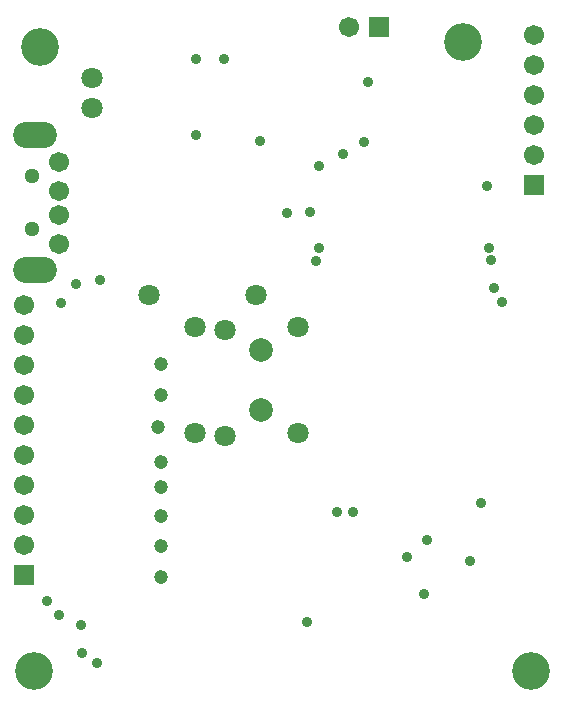
<source format=gbs>
%FSLAX23Y23*%
%MOIN*%
G70*
G01*
G75*
G04 Layer_Color=16711935*
%ADD10C,0.010*%
%ADD11R,0.051X0.050*%
%ADD12O,0.039X0.014*%
%ADD13R,0.058X0.011*%
%ADD14R,0.011X0.058*%
%ADD15R,0.118X0.039*%
%ADD16R,0.050X0.051*%
%ADD17R,0.039X0.028*%
%ADD18O,0.012X0.071*%
%ADD19O,0.071X0.012*%
%ADD20O,0.016X0.071*%
%ADD21R,0.016X0.071*%
%ADD22C,0.020*%
%ADD23C,0.016*%
%ADD24C,0.012*%
%ADD25C,0.059*%
%ADD26R,0.059X0.059*%
%ADD27C,0.063*%
%ADD28C,0.071*%
%ADD29R,0.059X0.059*%
%ADD30O,0.138X0.079*%
%ADD31C,0.043*%
%ADD32C,0.118*%
%ADD33C,0.028*%
%ADD34C,0.039*%
%ADD35C,0.008*%
%ADD36C,0.006*%
%ADD37C,0.024*%
%ADD38C,0.010*%
%ADD39C,0.005*%
%ADD40C,0.008*%
%ADD41C,0.004*%
%ADD42C,0.006*%
%ADD43R,0.059X0.058*%
%ADD44O,0.047X0.022*%
%ADD45R,0.066X0.019*%
%ADD46R,0.019X0.066*%
%ADD47R,0.126X0.047*%
%ADD48R,0.058X0.059*%
%ADD49R,0.047X0.036*%
%ADD50O,0.020X0.079*%
%ADD51O,0.079X0.020*%
%ADD52O,0.024X0.079*%
%ADD53R,0.024X0.079*%
%ADD54C,0.067*%
%ADD55R,0.067X0.067*%
%ADD56C,0.071*%
%ADD57C,0.079*%
%ADD58R,0.067X0.067*%
%ADD59O,0.146X0.087*%
%ADD60C,0.051*%
%ADD61C,0.126*%
%ADD62C,0.036*%
%ADD63C,0.047*%
D54*
X65Y-1178D02*
D03*
Y-1378D02*
D03*
Y-1478D02*
D03*
Y-1578D02*
D03*
Y-1678D02*
D03*
Y-1278D02*
D03*
X1150Y-51D02*
D03*
X65Y-978D02*
D03*
Y-1078D02*
D03*
Y-1778D02*
D03*
X183Y-500D02*
D03*
Y-775D02*
D03*
Y-677D02*
D03*
Y-598D02*
D03*
X1767Y-479D02*
D03*
Y-379D02*
D03*
Y-279D02*
D03*
Y-179D02*
D03*
Y-79D02*
D03*
D55*
X1250Y-51D02*
D03*
D56*
X294Y-223D02*
D03*
Y-323D02*
D03*
X838Y-946D02*
D03*
X484D02*
D03*
X978Y-1406D02*
D03*
Y-1052D02*
D03*
X736Y-1415D02*
D03*
Y-1061D02*
D03*
X635Y-1051D02*
D03*
Y-1405D02*
D03*
D57*
X856Y-1128D02*
D03*
Y-1328D02*
D03*
D58*
X65Y-1878D02*
D03*
X1767Y-579D02*
D03*
D59*
X104Y-862D02*
D03*
Y-413D02*
D03*
D60*
X92Y-549D02*
D03*
Y-726D02*
D03*
D61*
X118Y-118D02*
D03*
X1530Y-100D02*
D03*
X1757Y-2199D02*
D03*
X100Y-2198D02*
D03*
D62*
X733Y-158D02*
D03*
X641Y-157D02*
D03*
X1198Y-436D02*
D03*
X1131Y-474D02*
D03*
X638Y-412D02*
D03*
X1041Y-831D02*
D03*
X853Y-432D02*
D03*
X942Y-672D02*
D03*
X1021Y-668D02*
D03*
X1048Y-787D02*
D03*
X1050Y-515D02*
D03*
X1212Y-235D02*
D03*
X320Y-894D02*
D03*
X1608Y-582D02*
D03*
X1343Y-1818D02*
D03*
X1616Y-787D02*
D03*
X1398Y-1943D02*
D03*
X1624Y-829D02*
D03*
X1410Y-1763D02*
D03*
X1634Y-923D02*
D03*
X1553Y-1832D02*
D03*
X1588Y-1637D02*
D03*
X1661Y-967D02*
D03*
X240Y-909D02*
D03*
X190Y-970D02*
D03*
X256Y-2045D02*
D03*
X182Y-2010D02*
D03*
X1008Y-2035D02*
D03*
X1163Y-1667D02*
D03*
X1109Y-1667D02*
D03*
X310Y-2170D02*
D03*
X259Y-2137D02*
D03*
X144Y-1965D02*
D03*
D63*
X522Y-1174D02*
D03*
X524Y-1278D02*
D03*
X513Y-1384D02*
D03*
X522Y-1500D02*
D03*
X524Y-1585D02*
D03*
X522Y-1681D02*
D03*
Y-1782D02*
D03*
Y-1884D02*
D03*
M02*

</source>
